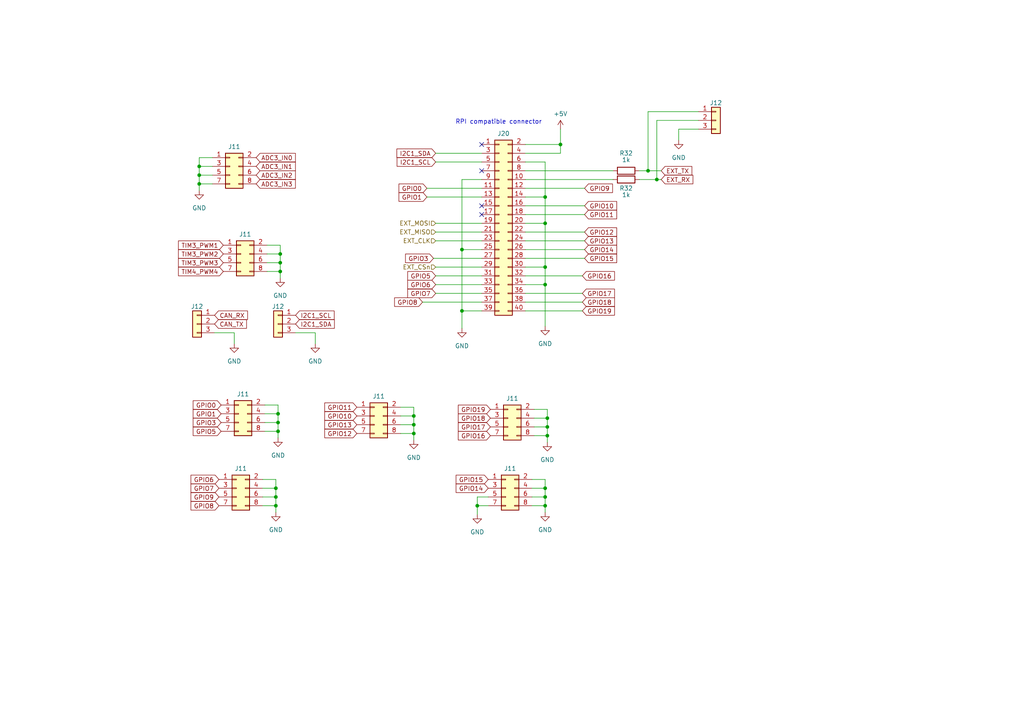
<source format=kicad_sch>
(kicad_sch (version 20230121) (generator eeschema)
  (paper "A4")
  (lib_symbols
    (symbol "Connector_Generic:Conn_01x03" (pin_names (offset 1.016) hide)
      (property "Reference" "J" (at 0 5.08 0))
      (property "Value" "Conn_01x03" (at 0 -5.08 0))
      (symbol "Conn_01x03_1_1"
        (rectangle (start -1.27 -2.413) (end 0 -2.667) (stroke (width 0.1524)))
        (rectangle (start -1.27 0.127) (end 0 -0.127) (stroke (width 0.1524)))
        (rectangle (start -1.27 2.667) (end 0 2.413) (stroke (width 0.1524)))
        (rectangle (start -1.27 3.81) (end 1.27 -3.81) (stroke (width 0.254)) (fill (type background)))
        (pin passive line (at -5.08 2.54 0) (length 3.81) (name "Pin_1") (number "1"))
        (pin passive line (at -5.08 0 0) (length 3.81) (name "Pin_2") (number "2"))
        (pin passive line (at -5.08 -2.54 0) (length 3.81) (name "Pin_3") (number "3"))
      )
    )
    (symbol "Connector_Generic:Conn_02x04_Odd_Even" (pin_names (offset 1.016) hide)
      (property "Reference" "J" (at 1.27 5.08 0))
      (property "Value" "Conn_02x04_Odd_Even" (at 1.27 -7.62 0))
      (symbol "Conn_02x04_Odd_Even_1_1"
        (rectangle (start -1.27 -4.953) (end 0 -5.207) (stroke (width 0.1524)))
        (rectangle (start -1.27 -2.413) (end 0 -2.667) (stroke (width 0.1524)))
        (rectangle (start -1.27 0.127) (end 0 -0.127) (stroke (width 0.1524)))
        (rectangle (start -1.27 2.667) (end 0 2.413) (stroke (width 0.1524)))
        (rectangle (start -1.27 3.81) (end 3.81 -6.35) (stroke (width 0.254)) (fill (type background)))
        (rectangle (start 3.81 -4.953) (end 2.54 -5.207) (stroke (width 0.1524)))
        (rectangle (start 3.81 -2.413) (end 2.54 -2.667) (stroke (width 0.1524)))
        (rectangle (start 3.81 0.127) (end 2.54 -0.127) (stroke (width 0.1524)))
        (rectangle (start 3.81 2.667) (end 2.54 2.413) (stroke (width 0.1524)))
        (pin passive line (at -5.08 2.54 0) (length 3.81) (name "Pin_1") (number "1"))
        (pin passive line (at 7.62 2.54 180) (length 3.81) (name "Pin_2") (number "2"))
        (pin passive line (at -5.08 0 0) (length 3.81) (name "Pin_3") (number "3"))
        (pin passive line (at 7.62 0 180) (length 3.81) (name "Pin_4") (number "4"))
        (pin passive line (at -5.08 -2.54 0) (length 3.81) (name "Pin_5") (number "5"))
        (pin passive line (at 7.62 -2.54 180) (length 3.81) (name "Pin_6") (number "6"))
        (pin passive line (at -5.08 -5.08 0) (length 3.81) (name "Pin_7") (number "7"))
        (pin passive line (at 7.62 -5.08 180) (length 3.81) (name "Pin_8") (number "8"))
      )
    )
    (symbol "Connector_Generic:Conn_02x20_Odd_Even" (pin_names (offset 1.016) hide)
      (property "Reference" "J" (at 1.27 25.4 0))
      (property "Value" "Conn_02x20_Odd_Even" (at 1.27 -27.94 0))
      (symbol "Conn_02x20_Odd_Even_1_1"
        (rectangle (start -1.27 -25.273) (end 0 -25.527) (stroke (width 0.1524)))
        (rectangle (start -1.27 -22.733) (end 0 -22.987) (stroke (width 0.1524)))
        (rectangle (start -1.27 -20.193) (end 0 -20.447) (stroke (width 0.1524)))
        (rectangle (start -1.27 -17.653) (end 0 -17.907) (stroke (width 0.1524)))
        (rectangle (start -1.27 -15.113) (end 0 -15.367) (stroke (width 0.1524)))
        (rectangle (start -1.27 -12.573) (end 0 -12.827) (stroke (width 0.1524)))
        (rectangle (start -1.27 -10.033) (end 0 -10.287) (stroke (width 0.1524)))
        (rectangle (start -1.27 -7.493) (end 0 -7.747) (stroke (width 0.1524)))
        (rectangle (start -1.27 -4.953) (end 0 -5.207) (stroke (width 0.1524)))
        (rectangle (start -1.27 -2.413) (end 0 -2.667) (stroke (width 0.1524)))
        (rectangle (start -1.27 0.127) (end 0 -0.127) (stroke (width 0.1524)))
        (rectangle (start -1.27 2.667) (end 0 2.413) (stroke (width 0.1524)))
        (rectangle (start -1.27 5.207) (end 0 4.953) (stroke (width 0.1524)))
        (rectangle (start -1.27 7.747) (end 0 7.493) (stroke (width 0.1524)))
        (rectangle (start -1.27 10.287) (end 0 10.033) (stroke (width 0.1524)))
        (rectangle (start -1.27 12.827) (end 0 12.573) (stroke (width 0.1524)))
        (rectangle (start -1.27 15.367) (end 0 15.113) (stroke (width 0.1524)))
        (rectangle (start -1.27 17.907) (end 0 17.653) (stroke (width 0.1524)))
        (rectangle (start -1.27 20.447) (end 0 20.193) (stroke (width 0.1524)))
        (rectangle (start -1.27 22.987) (end 0 22.733) (stroke (width 0.1524)))
        (rectangle (start -1.27 24.13) (end 3.81 -26.67) (stroke (width 0.254)) (fill (type background)))
        (rectangle (start 3.81 -25.273) (end 2.54 -25.527) (stroke (width 0.1524)))
        (rectangle (start 3.81 -22.733) (end 2.54 -22.987) (stroke (width 0.1524)))
        (rectangle (start 3.81 -20.193) (end 2.54 -20.447) (stroke (width 0.1524)))
        (rectangle (start 3.81 -17.653) (end 2.54 -17.907) (stroke (width 0.1524)))
        (rectangle (start 3.81 -15.113) (end 2.54 -15.367) (stroke (width 0.1524)))
        (rectangle (start 3.81 -12.573) (end 2.54 -12.827) (stroke (width 0.1524)))
        (rectangle (start 3.81 -10.033) (end 2.54 -10.287) (stroke (width 0.1524)))
        (rectangle (start 3.81 -7.493) (end 2.54 -7.747) (stroke (width 0.1524)))
        (rectangle (start 3.81 -4.953) (end 2.54 -5.207) (stroke (width 0.1524)))
        (rectangle (start 3.81 -2.413) (end 2.54 -2.667) (stroke (width 0.1524)))
        (rectangle (start 3.81 0.127) (end 2.54 -0.127) (stroke (width 0.1524)))
        (rectangle (start 3.81 2.667) (end 2.54 2.413) (stroke (width 0.1524)))
        (rectangle (start 3.81 5.207) (end 2.54 4.953) (stroke (width 0.1524)))
        (rectangle (start 3.81 7.747) (end 2.54 7.493) (stroke (width 0.1524)))
        (rectangle (start 3.81 10.287) (end 2.54 10.033) (stroke (width 0.1524)))
        (rectangle (start 3.81 12.827) (end 2.54 12.573) (stroke (width 0.1524)))
        (rectangle (start 3.81 15.367) (end 2.54 15.113) (stroke (width 0.1524)))
        (rectangle (start 3.81 17.907) (end 2.54 17.653) (stroke (width 0.1524)))
        (rectangle (start 3.81 20.447) (end 2.54 20.193) (stroke (width 0.1524)))
        (rectangle (start 3.81 22.987) (end 2.54 22.733) (stroke (width 0.1524)))
        (pin passive line (at -5.08 22.86 0) (length 3.81) (name "Pin_1") (number "1"))
        (pin passive line (at 7.62 12.7 180) (length 3.81) (name "Pin_10") (number "10"))
        (pin passive line (at -5.08 10.16 0) (length 3.81) (name "Pin_11") (number "11"))
        (pin passive line (at 7.62 10.16 180) (length 3.81) (name "Pin_12") (number "12"))
        (pin passive line (at -5.08 7.62 0) (length 3.81) (name "Pin_13") (number "13"))
        (pin passive line (at 7.62 7.62 180) (length 3.81) (name "Pin_14") (number "14"))
        (pin passive line (at -5.08 5.08 0) (length 3.81) (name "Pin_15") (number "15"))
        (pin passive line (at 7.62 5.08 180) (length 3.81) (name "Pin_16") (number "16"))
        (pin passive line (at -5.08 2.54 0) (length 3.81) (name "Pin_17") (number "17"))
        (pin passive line (at 7.62 2.54 180) (length 3.81) (name "Pin_18") (number "18"))
        (pin passive line (at -5.08 0 0) (length 3.81) (name "Pin_19") (number "19"))
        (pin passive line (at 7.62 22.86 180) (length 3.81) (name "Pin_2") (number "2"))
        (pin passive line (at 7.62 0 180) (length 3.81) (name "Pin_20") (number "20"))
        (pin passive line (at -5.08 -2.54 0) (length 3.81) (name "Pin_21") (number "21"))
        (pin passive line (at 7.62 -2.54 180) (length 3.81) (name "Pin_22") (number "22"))
        (pin passive line (at -5.08 -5.08 0) (length 3.81) (name "Pin_23") (number "23"))
        (pin passive line (at 7.62 -5.08 180) (length 3.81) (name "Pin_24") (number "24"))
        (pin passive line (at -5.08 -7.62 0) (length 3.81) (name "Pin_25") (number "25"))
        (pin passive line (at 7.62 -7.62 180) (length 3.81) (name "Pin_26") (number "26"))
        (pin passive line (at -5.08 -10.16 0) (length 3.81) (name "Pin_27") (number "27"))
        (pin passive line (at 7.62 -10.16 180) (length 3.81) (name "Pin_28") (number "28"))
        (pin passive line (at -5.08 -12.7 0) (length 3.81) (name "Pin_29") (number "29"))
        (pin passive line (at -5.08 20.32 0) (length 3.81) (name "Pin_3") (number "3"))
        (pin passive line (at 7.62 -12.7 180) (length 3.81) (name "Pin_30") (number "30"))
        (pin passive line (at -5.08 -15.24 0) (length 3.81) (name "Pin_31") (number "31"))
        (pin passive line (at 7.62 -15.24 180) (length 3.81) (name "Pin_32") (number "32"))
        (pin passive line (at -5.08 -17.78 0) (length 3.81) (name "Pin_33") (number "33"))
        (pin passive line (at 7.62 -17.78 180) (length 3.81) (name "Pin_34") (number "34"))
        (pin passive line (at -5.08 -20.32 0) (length 3.81) (name "Pin_35") (number "35"))
        (pin passive line (at 7.62 -20.32 180) (length 3.81) (name "Pin_36") (number "36"))
        (pin passive line (at -5.08 -22.86 0) (length 3.81) (name "Pin_37") (number "37"))
        (pin passive line (at 7.62 -22.86 180) (length 3.81) (name "Pin_38") (number "38"))
        (pin passive line (at -5.08 -25.4 0) (length 3.81) (name "Pin_39") (number "39"))
        (pin passive line (at 7.62 20.32 180) (length 3.81) (name "Pin_4") (number "4"))
        (pin passive line (at 7.62 -25.4 180) (length 3.81) (name "Pin_40") (number "40"))
        (pin passive line (at -5.08 17.78 0) (length 3.81) (name "Pin_5") (number "5"))
        (pin passive line (at 7.62 17.78 180) (length 3.81) (name "Pin_6") (number "6"))
        (pin passive line (at -5.08 15.24 0) (length 3.81) (name "Pin_7") (number "7"))
        (pin passive line (at 7.62 15.24 180) (length 3.81) (name "Pin_8") (number "8"))
        (pin passive line (at -5.08 12.7 0) (length 3.81) (name "Pin_9") (number "9"))
      )
    )
    (symbol "Device:R" (pin_numbers hide) (pin_names (offset 0))
      (property "Reference" "R" (at 2.032 0 90))
      (property "Value" "R" (at 0 0 90))
      (symbol "R_0_1"
        (rectangle (start -1.016 -2.54) (end 1.016 2.54) (stroke (width 0.254)))
      )
      (symbol "R_1_1"
        (pin passive line (at 0 3.81 270) (length 1.27) (name "~") (number "1"))
        (pin passive line (at 0 -3.81 90) (length 1.27) (name "~") (number "2"))
      )
    )
    (symbol "power:+5V" (power) (pin_names (offset 0))
      (property "Value" "+5V" (at 0 3.556 0))
      (symbol "+5V_0_1"
        (polyline (pts (xy -0.762 1.27) (xy 0 2.54)))
        (polyline (pts (xy 0 0) (xy 0 2.54)))
        (polyline (pts (xy 0 2.54) (xy 0.762 1.27)))
      )
      (symbol "+5V_1_1"
        (pin power_in line (at 0 0 90) (length 0) hide (name "+5V") (number "1"))
      )
    )
    (symbol "power:GND" (power) (pin_names (offset 0))
      (property "Value" "GND" (at 0 -3.81 0))
      (symbol "GND_0_1"
        (polyline (pts (xy 0 0) (xy 0 -1.27) (xy 1.27 -1.27) (xy 0 -2.54) (xy -1.27 -1.27) (xy 0 -1.27)))
      )
      (symbol "GND_1_1"
        (pin power_in line (at 0 0 270) (length 0) hide (name "GND") (number "1"))
      )
    )
  )
  (junction (at 138.43 146.685))
  (junction (at 81.28 73.66))
  (junction (at 120.015 125.73))
  (junction (at 190.5 52.07))
  (junction (at 158.115 77.47))
  (junction (at 158.75 126.365))
  (junction (at 133.985 72.39))
  (junction (at 80.645 125.095))
  (junction (at 158.75 121.285))
  (junction (at 162.56 41.91))
  (junction (at 158.115 82.55))
  (junction (at 80.645 120.015))
  (junction (at 158.115 141.605))
  (junction (at 120.015 120.65))
  (junction (at 133.985 90.17))
  (junction (at 57.785 50.8))
  (junction (at 80.01 141.605))
  (junction (at 80.01 146.685))
  (junction (at 187.96 49.53))
  (junction (at 158.115 144.145))
  (junction (at 158.75 123.825))
  (junction (at 80.01 144.145))
  (junction (at 158.115 57.15))
  (junction (at 57.785 48.26))
  (junction (at 158.115 146.685))
  (junction (at 158.115 64.77))
  (junction (at 120.015 123.19))
  (junction (at 81.28 76.2))
  (junction (at 81.28 78.74))
  (junction (at 80.645 122.555))
  (junction (at 57.785 53.34))
  (no_connect (at 139.7 41.91))
  (no_connect (at 139.7 59.69))
  (no_connect (at 139.7 62.23))
  (no_connect (at 139.7 49.53))
  (wire (pts (xy 139.7 52.07) (xy 133.985 52.07)))
  (wire (pts (xy 152.4 64.77) (xy 158.115 64.77)))
  (wire (pts (xy 158.115 64.77) (xy 158.115 77.47)))
  (wire (pts (xy 158.115 146.685) (xy 154.305 146.685)))
  (wire (pts (xy 202.565 32.385) (xy 187.96 32.385)))
  (wire (pts (xy 162.56 41.91) (xy 162.56 37.465)))
  (wire (pts (xy 120.015 120.65) (xy 120.015 123.19)))
  (wire (pts (xy 80.01 141.605) (xy 80.01 144.145)))
  (wire (pts (xy 126.365 44.45) (xy 139.7 44.45)))
  (wire (pts (xy 190.5 52.07) (xy 191.77 52.07)))
  (wire (pts (xy 152.4 44.45) (xy 162.56 44.45)))
  (wire (pts (xy 80.645 120.015) (xy 80.645 122.555)))
  (wire (pts (xy 120.015 123.19) (xy 116.205 123.19)))
  (wire (pts (xy 158.115 141.605) (xy 154.305 141.605)))
  (wire (pts (xy 126.365 80.01) (xy 139.7 80.01)))
  (wire (pts (xy 80.645 122.555) (xy 76.835 122.555)))
  (wire (pts (xy 158.75 123.825) (xy 158.75 126.365)))
  (wire (pts (xy 133.985 52.07) (xy 133.985 72.39)))
  (wire (pts (xy 141.605 146.685) (xy 138.43 146.685)))
  (wire (pts (xy 125.73 74.93) (xy 139.7 74.93)))
  (wire (pts (xy 158.115 139.065) (xy 158.115 141.605)))
  (wire (pts (xy 80.645 125.095) (xy 76.835 125.095)))
  (wire (pts (xy 81.28 71.12) (xy 81.28 73.66)))
  (wire (pts (xy 80.01 144.145) (xy 76.2 144.145)))
  (wire (pts (xy 196.85 37.465) (xy 196.85 40.64)))
  (wire (pts (xy 158.75 123.825) (xy 154.94 123.825)))
  (wire (pts (xy 57.785 48.26) (xy 61.595 48.26)))
  (wire (pts (xy 187.96 32.385) (xy 187.96 49.53)))
  (wire (pts (xy 138.43 144.145) (xy 138.43 146.685)))
  (wire (pts (xy 120.015 118.11) (xy 120.015 120.65)))
  (wire (pts (xy 126.365 85.09) (xy 139.7 85.09)))
  (wire (pts (xy 169.545 74.93) (xy 152.4 74.93)))
  (wire (pts (xy 57.785 53.34) (xy 57.785 55.245)))
  (wire (pts (xy 154.305 139.065) (xy 158.115 139.065)))
  (wire (pts (xy 81.28 78.74) (xy 81.28 80.645)))
  (wire (pts (xy 122.555 87.63) (xy 139.7 87.63)))
  (wire (pts (xy 126.365 82.55) (xy 139.7 82.55)))
  (wire (pts (xy 158.115 146.685) (xy 158.115 148.59)))
  (wire (pts (xy 162.56 44.45) (xy 162.56 41.91)))
  (wire (pts (xy 158.115 141.605) (xy 158.115 144.145)))
  (wire (pts (xy 120.015 125.73) (xy 120.015 127.635)))
  (wire (pts (xy 126.365 46.99) (xy 139.7 46.99)))
  (wire (pts (xy 80.01 144.145) (xy 80.01 146.685)))
  (wire (pts (xy 158.115 144.145) (xy 158.115 146.685)))
  (wire (pts (xy 80.645 117.475) (xy 80.645 120.015)))
  (wire (pts (xy 81.28 73.66) (xy 81.28 76.2)))
  (wire (pts (xy 152.4 52.07) (xy 177.8 52.07)))
  (wire (pts (xy 152.4 57.15) (xy 158.115 57.15)))
  (wire (pts (xy 76.835 117.475) (xy 80.645 117.475)))
  (wire (pts (xy 154.94 118.745) (xy 158.75 118.745)))
  (wire (pts (xy 123.825 54.61) (xy 139.7 54.61)))
  (wire (pts (xy 81.28 73.66) (xy 77.47 73.66)))
  (wire (pts (xy 158.75 126.365) (xy 158.75 128.27)))
  (wire (pts (xy 126.365 69.85) (xy 139.7 69.85)))
  (wire (pts (xy 126.365 77.47) (xy 139.7 77.47)))
  (wire (pts (xy 152.4 77.47) (xy 158.115 77.47)))
  (wire (pts (xy 169.545 62.23) (xy 152.4 62.23)))
  (wire (pts (xy 81.28 76.2) (xy 81.28 78.74)))
  (wire (pts (xy 57.785 53.34) (xy 61.595 53.34)))
  (wire (pts (xy 168.91 80.01) (xy 152.4 80.01)))
  (wire (pts (xy 152.4 85.09) (xy 168.91 85.09)))
  (wire (pts (xy 120.015 120.65) (xy 116.205 120.65)))
  (wire (pts (xy 57.785 50.8) (xy 57.785 53.34)))
  (wire (pts (xy 123.825 57.15) (xy 139.7 57.15)))
  (wire (pts (xy 139.7 90.17) (xy 133.985 90.17)))
  (wire (pts (xy 158.115 82.55) (xy 158.115 94.615)))
  (wire (pts (xy 133.985 72.39) (xy 139.7 72.39)))
  (wire (pts (xy 133.985 72.39) (xy 133.985 90.17)))
  (wire (pts (xy 81.28 78.74) (xy 77.47 78.74)))
  (wire (pts (xy 169.545 59.69) (xy 152.4 59.69)))
  (wire (pts (xy 120.015 123.19) (xy 120.015 125.73)))
  (wire (pts (xy 80.01 139.065) (xy 80.01 141.605)))
  (wire (pts (xy 158.75 126.365) (xy 154.94 126.365)))
  (wire (pts (xy 158.75 118.745) (xy 158.75 121.285)))
  (wire (pts (xy 190.5 34.925) (xy 190.5 52.07)))
  (wire (pts (xy 185.42 49.53) (xy 187.96 49.53)))
  (wire (pts (xy 80.645 122.555) (xy 80.645 125.095)))
  (wire (pts (xy 77.47 71.12) (xy 81.28 71.12)))
  (wire (pts (xy 152.4 90.17) (xy 168.91 90.17)))
  (wire (pts (xy 202.565 37.465) (xy 196.85 37.465)))
  (wire (pts (xy 76.2 139.065) (xy 80.01 139.065)))
  (wire (pts (xy 202.565 34.925) (xy 190.5 34.925)))
  (wire (pts (xy 152.4 49.53) (xy 177.8 49.53)))
  (wire (pts (xy 116.205 118.11) (xy 120.015 118.11)))
  (wire (pts (xy 169.545 69.85) (xy 152.4 69.85)))
  (wire (pts (xy 158.115 57.15) (xy 158.115 64.77)))
  (wire (pts (xy 141.605 144.145) (xy 138.43 144.145)))
  (wire (pts (xy 133.985 90.17) (xy 133.985 95.25)))
  (wire (pts (xy 57.785 48.26) (xy 57.785 50.8)))
  (wire (pts (xy 138.43 146.685) (xy 138.43 149.225)))
  (wire (pts (xy 81.28 76.2) (xy 77.47 76.2)))
  (wire (pts (xy 57.785 45.72) (xy 57.785 48.26)))
  (wire (pts (xy 91.44 96.52) (xy 91.44 99.695)))
  (wire (pts (xy 169.545 72.39) (xy 152.4 72.39)))
  (wire (pts (xy 158.75 121.285) (xy 154.94 121.285)))
  (wire (pts (xy 158.115 144.145) (xy 154.305 144.145)))
  (wire (pts (xy 126.365 64.77) (xy 139.7 64.77)))
  (wire (pts (xy 185.42 52.07) (xy 190.5 52.07)))
  (wire (pts (xy 158.115 46.99) (xy 158.115 57.15)))
  (wire (pts (xy 152.4 46.99) (xy 158.115 46.99)))
  (wire (pts (xy 67.945 96.52) (xy 67.945 99.695)))
  (wire (pts (xy 57.785 50.8) (xy 61.595 50.8)))
  (wire (pts (xy 80.01 146.685) (xy 76.2 146.685)))
  (wire (pts (xy 169.545 54.61) (xy 152.4 54.61)))
  (wire (pts (xy 80.645 125.095) (xy 80.645 127)))
  (wire (pts (xy 152.4 82.55) (xy 158.115 82.55)))
  (wire (pts (xy 169.545 67.31) (xy 152.4 67.31)))
  (wire (pts (xy 158.75 121.285) (xy 158.75 123.825)))
  (wire (pts (xy 152.4 41.91) (xy 162.56 41.91)))
  (wire (pts (xy 158.115 77.47) (xy 158.115 82.55)))
  (wire (pts (xy 120.015 125.73) (xy 116.205 125.73)))
  (wire (pts (xy 80.01 146.685) (xy 80.01 148.59)))
  (wire (pts (xy 61.595 45.72) (xy 57.785 45.72)))
  (wire (pts (xy 187.96 49.53) (xy 191.77 49.53)))
  (wire (pts (xy 126.365 67.31) (xy 139.7 67.31)))
  (wire (pts (xy 85.725 96.52) (xy 91.44 96.52)))
  (wire (pts (xy 62.23 96.52) (xy 67.945 96.52)))
  (wire (pts (xy 80.01 141.605) (xy 76.2 141.605)))
  (wire (pts (xy 152.4 87.63) (xy 168.91 87.63)))
  (wire (pts (xy 80.645 120.015) (xy 76.835 120.015)))
  (text "RPI compatible connector\n" (at 132.08 36.195 0) (effects (font (size 1.27 1.27)) (justify left bottom)))
  (global_label "GPIO17" (shape input) (at 168.91 85.09 0) (property "Intersheetrefs" "${INTERSHEET_REFS}" (effects hide)))
  (global_label "ADC3_IN3" (shape input) (at 74.295 53.34 0) (property "Intersheetrefs" "${INTERSHEET_REFS}" (effects hide)))
  (global_label "I2C1_SDA" (shape input) (at 85.725 93.98 0) (property "Intersheetrefs" "${INTERSHEET_REFS}" (effects hide)))
  (global_label "GPIO13" (shape input) (at 169.545 69.85 0) (property "Intersheetrefs" "${INTERSHEET_REFS}" (effects hide)))
  (global_label "TIM3_PWM2" (shape input) (at 64.77 73.66 180) (property "Intersheetrefs" "${INTERSHEET_REFS}" (effects hide)))
  (global_label "GPIO9" (shape input) (at 63.5 144.145 180) (property "Intersheetrefs" "${INTERSHEET_REFS}" (effects hide)))
  (global_label "GPIO19" (shape input) (at 142.24 118.745 180) (property "Intersheetrefs" "${INTERSHEET_REFS}" (effects hide)))
  (global_label "GPIO1" (shape input) (at 123.825 57.15 180) (property "Intersheetrefs" "${INTERSHEET_REFS}" (effects hide)))
  (global_label "GPIO3" (shape input) (at 125.73 74.93 180) (property "Intersheetrefs" "${INTERSHEET_REFS}" (effects hide)))
  (global_label "TIM3_PWM1" (shape input) (at 64.77 71.12 180) (property "Intersheetrefs" "${INTERSHEET_REFS}" (effects hide)))
  (global_label "GPIO10" (shape input) (at 169.545 59.69 0) (property "Intersheetrefs" "${INTERSHEET_REFS}" (effects hide)))
  (global_label "GPIO15" (shape input) (at 169.545 74.93 0) (property "Intersheetrefs" "${INTERSHEET_REFS}" (effects hide)))
  (global_label "GPIO16" (shape input) (at 168.91 80.01 0) (property "Intersheetrefs" "${INTERSHEET_REFS}" (effects hide)))
  (global_label "GPIO8" (shape input) (at 63.5 146.685 180) (property "Intersheetrefs" "${INTERSHEET_REFS}" (effects hide)))
  (global_label "GPIO6" (shape input) (at 63.5 139.065 180) (property "Intersheetrefs" "${INTERSHEET_REFS}" (effects hide)))
  (global_label "GPIO11" (shape input) (at 169.545 62.23 0) (property "Intersheetrefs" "${INTERSHEET_REFS}" (effects hide)))
  (global_label "I2C1_SCL" (shape input) (at 85.725 91.44 0) (property "Intersheetrefs" "${INTERSHEET_REFS}" (effects hide)))
  (global_label "GPIO15" (shape input) (at 141.605 139.065 180) (property "Intersheetrefs" "${INTERSHEET_REFS}" (effects hide)))
  (global_label "GPIO10" (shape input) (at 103.505 120.65 180) (property "Intersheetrefs" "${INTERSHEET_REFS}" (effects hide)))
  (global_label "ADC3_IN1" (shape input) (at 74.295 48.26 0) (property "Intersheetrefs" "${INTERSHEET_REFS}" (effects hide)))
  (global_label "I2C1_SDA" (shape input) (at 126.365 44.45 180) (property "Intersheetrefs" "${INTERSHEET_REFS}" (effects hide)))
  (global_label "GPIO13" (shape input) (at 103.505 123.19 180) (property "Intersheetrefs" "${INTERSHEET_REFS}" (effects hide)))
  (global_label "TIM4_PWM4" (shape input) (at 64.77 78.74 180) (property "Intersheetrefs" "${INTERSHEET_REFS}" (effects hide)))
  (global_label "EXT_TX" (shape input) (at 191.77 49.53 0) (property "Intersheetrefs" "${INTERSHEET_REFS}" (effects hide)))
  (global_label "GPIO17" (shape input) (at 142.24 123.825 180) (property "Intersheetrefs" "${INTERSHEET_REFS}" (effects hide)))
  (global_label "GPIO16" (shape input) (at 142.24 126.365 180) (property "Intersheetrefs" "${INTERSHEET_REFS}" (effects hide)))
  (global_label "GPIO0" (shape input) (at 123.825 54.61 180) (property "Intersheetrefs" "${INTERSHEET_REFS}" (effects hide)))
  (global_label "GPIO19" (shape input) (at 168.91 90.17 0) (property "Intersheetrefs" "${INTERSHEET_REFS}" (effects hide)))
  (global_label "GPIO0" (shape input) (at 64.135 117.475 180) (property "Intersheetrefs" "${INTERSHEET_REFS}" (effects hide)))
  (global_label "GPIO18" (shape input) (at 142.24 121.285 180) (property "Intersheetrefs" "${INTERSHEET_REFS}" (effects hide)))
  (global_label "GPIO7" (shape input) (at 126.365 85.09 180) (property "Intersheetrefs" "${INTERSHEET_REFS}" (effects hide)))
  (global_label "GPIO12" (shape input) (at 103.505 125.73 180) (property "Intersheetrefs" "${INTERSHEET_REFS}" (effects hide)))
  (global_label "GPIO3" (shape input) (at 64.135 122.555 180) (property "Intersheetrefs" "${INTERSHEET_REFS}" (effects hide)))
  (global_label "ADC3_IN2" (shape input) (at 74.295 50.8 0) (property "Intersheetrefs" "${INTERSHEET_REFS}" (effects hide)))
  (global_label "GPIO1" (shape input) (at 64.135 120.015 180) (property "Intersheetrefs" "${INTERSHEET_REFS}" (effects hide)))
  (global_label "GPIO14" (shape input) (at 141.605 141.605 180) (property "Intersheetrefs" "${INTERSHEET_REFS}" (effects hide)))
  (global_label "I2C1_SCL" (shape input) (at 126.365 46.99 180) (property "Intersheetrefs" "${INTERSHEET_REFS}" (effects hide)))
  (global_label "GPIO5" (shape input) (at 126.365 80.01 180) (property "Intersheetrefs" "${INTERSHEET_REFS}" (effects hide)))
  (global_label "ADC3_IN0" (shape input) (at 74.295 45.72 0) (property "Intersheetrefs" "${INTERSHEET_REFS}" (effects hide)))
  (global_label "TIM3_PWM3" (shape input) (at 64.77 76.2 180) (property "Intersheetrefs" "${INTERSHEET_REFS}" (effects hide)))
  (global_label "CAN_TX" (shape input) (at 62.23 93.98 0) (property "Intersheetrefs" "${INTERSHEET_REFS}" (effects hide)))
  (global_label "GPIO9" (shape input) (at 169.545 54.61 0) (property "Intersheetrefs" "${INTERSHEET_REFS}" (effects hide)))
  (global_label "GPIO11" (shape input) (at 103.505 118.11 180) (property "Intersheetrefs" "${INTERSHEET_REFS}" (effects hide)))
  (global_label "GPIO7" (shape input) (at 63.5 141.605 180) (property "Intersheetrefs" "${INTERSHEET_REFS}" (effects hide)))
  (global_label "GPIO6" (shape input) (at 126.365 82.55 180) (property "Intersheetrefs" "${INTERSHEET_REFS}" (effects hide)))
  (global_label "GPIO8" (shape input) (at 122.555 87.63 180) (property "Intersheetrefs" "${INTERSHEET_REFS}" (effects hide)))
  (global_label "GPIO18" (shape input) (at 168.91 87.63 0) (property "Intersheetrefs" "${INTERSHEET_REFS}" (effects hide)))
  (global_label "EXT_RX" (shape input) (at 191.77 52.07 0) (property "Intersheetrefs" "${INTERSHEET_REFS}" (effects hide)))
  (global_label "GPIO12" (shape input) (at 169.545 67.31 0) (property "Intersheetrefs" "${INTERSHEET_REFS}" (effects hide)))
  (global_label "GPIO14" (shape input) (at 169.545 72.39 0) (property "Intersheetrefs" "${INTERSHEET_REFS}" (effects hide)))
  (global_label "GPIO5" (shape input) (at 64.135 125.095 180) (property "Intersheetrefs" "${INTERSHEET_REFS}" (effects hide)))
  (global_label "CAN_RX" (shape input) (at 62.23 91.44 0) (property "Intersheetrefs" "${INTERSHEET_REFS}" (effects hide)))
  (hierarchical_label "EXT_MOSI" (shape input) (at 126.365 64.77 180))
  (hierarchical_label "EXT_MISO" (shape input) (at 126.365 67.31 180))
  (hierarchical_label "EXT_CSn" (shape input) (at 126.365 77.47 180))
  (hierarchical_label "EXT_CLK" (shape input) (at 126.365 69.85 180))
  (symbol (lib_id "Connector_Generic:Conn_02x04_Odd_Even") (at 68.58 141.605 0) (unit 1)
    (property "Reference" "J11" (at 69.85 135.89 0))
    (property "Value" "Conn_02x04_Odd_Even" (effects hide))
    (property "Footprint" "Connector_PinHeader_2.54mm:PinHeader_2x04_P2.54mm_Vertical" (effects hide))
    (instances (project "eeg_ecg" (path "" (reference "J11") (unit 1)) (path "" (reference "J26") (unit 1))))
  )
  (symbol (lib_id "Connector_Generic:Conn_01x03") (at 207.645 34.925 0) (unit 1)
    (property "Reference" "J12" (at 207.645 29.845 0))
    (property "Value" "Conn_01x03" (effects hide))
    (property "Footprint" "Connector_PinHeader_2.54mm:PinHeader_1x03_P2.54mm_Vertical" (effects hide))
    (instances (project "eeg_ecg" (path "" (reference "J12") (unit 1)) (path "" (reference "J18") (unit 1))))
  )
  (symbol (lib_id "power:GND") (at 67.945 99.695 0) (unit 1)
    (property "Reference" "#PWR012" (effects hide))
    (property "Value" "~" (at 67.945 104.775 0))
    (instances (project "eeg_ecg" (path "" (reference "#PWR012") (unit 1)) (path "" (reference "#PWR011") (unit 1)) (path "" (reference "#PWR099") (unit 1)) (path "" (reference "#PWR0170") (unit 1)) (path "" (reference "#PWR0210") (unit 1)) (path "" (reference "#PWR0168") (unit 1))))
  )
  (symbol (lib_id "Connector_Generic:Conn_02x04_Odd_Even") (at 69.85 73.66 0) (unit 1)
    (property "Reference" "J11" (at 71.12 67.945 0))
    (property "Value" "Conn_02x04_Odd_Even" (effects hide))
    (property "Footprint" "Connector_PinHeader_2.54mm:PinHeader_2x04_P2.54mm_Vertical" (effects hide))
    (instances (project "eeg_ecg" (path "" (reference "J11") (unit 1)) (path "" (reference "J21") (unit 1))))
  )
  (symbol (lib_id "Connector_Generic:Conn_02x04_Odd_Even") (at 108.585 120.65 0) (unit 1)
    (property "Reference" "J11" (at 109.855 114.935 0))
    (property "Value" "Conn_02x04_Odd_Even" (effects hide))
    (property "Footprint" "Connector_PinHeader_2.54mm:PinHeader_2x04_P2.54mm_Vertical" (effects hide))
    (instances (project "eeg_ecg" (path "" (reference "J11") (unit 1)) (path "" (reference "J24") (unit 1))))
  )
  (symbol (lib_id "Connector_Generic:Conn_01x03") (at 57.15 93.98 0) (mirror y) (unit 1)
    (property "Reference" "J12" (at 57.15 88.9 0))
    (property "Value" "Conn_01x03" (effects hide))
    (property "Footprint" "Connector_PinHeader_2.54mm:PinHeader_1x03_P2.54mm_Vertical" (effects hide))
    (instances (project "eeg_ecg" (path "" (reference "J12") (unit 1)) (path "" (reference "J22") (unit 1))))
  )
  (symbol (lib_id "Connector_Generic:Conn_02x04_Odd_Even") (at 66.675 48.26 0) (unit 1)
    (property "Reference" "J11" (at 67.945 42.545 0))
    (property "Value" "Conn_02x04_Odd_Even" (effects hide))
    (property "Footprint" "Connector_PinHeader_2.54mm:PinHeader_2x04_P2.54mm_Vertical" (effects hide))
    (instances (project "eeg_ecg" (path "" (reference "J11") (unit 1)) (path "" (reference "J19") (unit 1))))
  )
  (symbol (lib_id "power:GND") (at 158.75 128.27 0) (mirror y) (unit 1)
    (property "Reference" "#PWR012" (effects hide))
    (property "Value" "~" (at 158.75 133.35 0))
    (instances (project "eeg_ecg" (path "" (reference "#PWR012") (unit 1)) (path "" (reference "#PWR011") (unit 1)) (path "" (reference "#PWR099") (unit 1)) (path "" (reference "#PWR0160") (unit 1)) (path "" (reference "#PWR0171") (unit 1))))
  )
  (symbol (lib_id "power:GND") (at 81.28 80.645 0) (mirror y) (unit 1)
    (property "Reference" "#PWR012" (effects hide))
    (property "Value" "~" (at 81.28 85.725 0))
    (instances (project "eeg_ecg" (path "" (reference "#PWR012") (unit 1)) (path "" (reference "#PWR011") (unit 1)) (path "" (reference "#PWR099") (unit 1)) (path "" (reference "#PWR0160") (unit 1)) (path "" (reference "#PWR0165") (unit 1))))
  )
  (symbol (lib_id "power:GND") (at 133.985 95.25 0) (unit 1)
    (property "Reference" "#PWR012" (effects hide))
    (property "Value" "~" (at 133.985 100.33 0))
    (instances (project "eeg_ecg" (path "" (reference "#PWR012") (unit 1)) (path "" (reference "#PWR011") (unit 1)) (path "" (reference "#PWR099") (unit 1)) (path "" (reference "#PWR0160") (unit 1)) (path "" (reference "#PWR0167") (unit 1))))
  )
  (symbol (lib_id "power:+5V") (at 162.56 37.465 0) (unit 1)
    (property "Reference" "#PWR010" (effects hide))
    (property "Value" "+5V" (at 162.56 33.02 0))
    (instances (project "eeg_ecg" (path "" (reference "#PWR010") (unit 1)) (path "" (reference "#PWR013") (unit 1)) (path "" (reference "#PWR0100") (unit 1)) (path "" (reference "#PWR0159") (unit 1)) (path "" (reference "#PWR0162") (unit 1))))
  )
  (symbol (lib_id "power:GND") (at 120.015 127.635 0) (mirror y) (unit 1)
    (property "Reference" "#PWR012" (effects hide))
    (property "Value" "~" (at 120.015 132.715 0))
    (instances (project "eeg_ecg" (path "" (reference "#PWR012") (unit 1)) (path "" (reference "#PWR011") (unit 1)) (path "" (reference "#PWR099") (unit 1)) (path "" (reference "#PWR0160") (unit 1)) (path "" (reference "#PWR0170") (unit 1))))
  )
  (symbol (lib_id "Device:R") (at 181.61 52.07 270) (mirror x) (unit 1) (in_bom no)
    (property "Reference" "R32" (at 181.61 54.61 90))
    (property "Value" "1k" (at 181.61 56.515 90))
    (property "Footprint" "Resistor_SMD:R_0603_1608Metric" (effects hide))
    (property "JLCPCB PN" "-" (effects hide))
    (property "LCSC Part #" "-" (effects hide))
    (property "Assembled" "-" (effects hide))
    (property "JLCPCB Type" "-" (effects hide))
    (property "Grobotronics Price" "-" (effects hide))
    (property "JLCPCB Price" "-" (effects hide))
    (instances (project "terry_motherboard" (path "" (reference "R32") (unit 1))) (project "eeg_ecg" (path "" (reference "R88") (unit 1)) (path "" (reference "R102") (unit 1))))
  )
  (symbol (lib_id "Device:R") (at 181.61 49.53 270) (mirror x) (unit 1) (in_bom no)
    (property "Reference" "R32" (at 181.61 44.45 90))
    (property "Value" "1k" (at 181.61 46.355 90))
    (property "Footprint" "Resistor_SMD:R_0603_1608Metric" (effects hide))
    (property "JLCPCB PN" "-" (effects hide))
    (property "LCSC Part #" "-" (effects hide))
    (property "Assembled" "-" (effects hide))
    (property "JLCPCB Type" "-" (effects hide))
    (property "Grobotronics Price" "-" (effects hide))
    (property "JLCPCB Price" "-" (effects hide))
    (instances (project "terry_motherboard" (path "" (reference "R32") (unit 1))) (project "eeg_ecg" (path "" (reference "R88") (unit 1)) (path "" (reference "R101") (unit 1))))
  )
  (symbol (lib_id "power:GND") (at 158.115 94.615 0) (unit 1)
    (property "Reference" "#PWR012" (effects hide))
    (property "Value" "~" (at 158.115 99.695 0))
    (instances (project "eeg_ecg" (path "" (reference "#PWR012") (unit 1)) (path "" (reference "#PWR011") (unit 1)) (path "" (reference "#PWR099") (unit 1)) (path "" (reference "#PWR0160") (unit 1)) (path "" (reference "#PWR0166") (unit 1))))
  )
  (symbol (lib_id "Connector_Generic:Conn_02x20_Odd_Even") (at 144.78 64.77 0) (unit 1)
    (property "Reference" "J20" (at 146.05 38.735 0))
    (property "Value" "Conn_02x20_Odd_Even" (effects hide))
    (property "Footprint" "Connector_PinHeader_2.54mm:PinHeader_2x20_P2.54mm_Vertical" (effects hide))
  )
  (symbol (lib_id "Connector_Generic:Conn_02x04_Odd_Even") (at 147.32 121.285 0) (unit 1)
    (property "Reference" "J11" (at 148.59 115.57 0))
    (property "Value" "Conn_02x04_Odd_Even" (effects hide))
    (property "Footprint" "Connector_PinHeader_2.54mm:PinHeader_2x04_P2.54mm_Vertical" (effects hide))
    (instances (project "eeg_ecg" (path "" (reference "J11") (unit 1)) (path "" (reference "J25") (unit 1))))
  )
  (symbol (lib_id "power:GND") (at 80.01 148.59 0) (mirror y) (unit 1)
    (property "Reference" "#PWR012" (effects hide))
    (property "Value" "~" (at 80.01 153.67 0))
    (instances (project "eeg_ecg" (path "" (reference "#PWR012") (unit 1)) (path "" (reference "#PWR011") (unit 1)) (path "" (reference "#PWR099") (unit 1)) (path "" (reference "#PWR0160") (unit 1)) (path "" (reference "#PWR0172") (unit 1))))
  )
  (symbol (lib_id "power:GND") (at 57.785 55.245 0) (unit 1)
    (property "Reference" "#PWR012" (effects hide))
    (property "Value" "~" (at 57.785 60.325 0))
    (instances (project "eeg_ecg" (path "" (reference "#PWR012") (unit 1)) (path "" (reference "#PWR011") (unit 1)) (path "" (reference "#PWR099") (unit 1)) (path "" (reference "#PWR0160") (unit 1)) (path "" (reference "#PWR0164") (unit 1))))
  )
  (symbol (lib_id "power:GND") (at 158.115 148.59 0) (mirror y) (unit 1)
    (property "Reference" "#PWR012" (effects hide))
    (property "Value" "~" (at 158.115 153.67 0))
    (instances (project "eeg_ecg" (path "" (reference "#PWR012") (unit 1)) (path "" (reference "#PWR011") (unit 1)) (path "" (reference "#PWR099") (unit 1)) (path "" (reference "#PWR0160") (unit 1)) (path "" (reference "#PWR0173") (unit 1))))
  )
  (symbol (lib_id "power:GND") (at 80.645 127 0) (mirror y) (unit 1)
    (property "Reference" "#PWR012" (effects hide))
    (property "Value" "~" (at 80.645 132.08 0))
    (instances (project "eeg_ecg" (path "" (reference "#PWR012") (unit 1)) (path "" (reference "#PWR011") (unit 1)) (path "" (reference "#PWR099") (unit 1)) (path "" (reference "#PWR0160") (unit 1)) (path "" (reference "#PWR0169") (unit 1))))
  )
  (symbol (lib_id "Connector_Generic:Conn_02x04_Odd_Even") (at 69.215 120.015 0) (unit 1)
    (property "Reference" "J11" (at 70.485 114.3 0))
    (property "Value" "Conn_02x04_Odd_Even" (effects hide))
    (property "Footprint" "Connector_PinHeader_2.54mm:PinHeader_2x04_P2.54mm_Vertical" (effects hide))
    (instances (project "eeg_ecg" (path "" (reference "J11") (unit 1)) (path "" (reference "J23") (unit 1))))
  )
  (symbol (lib_id "power:GND") (at 138.43 149.225 0) (mirror y) (unit 1)
    (property "Reference" "#PWR012" (effects hide))
    (property "Value" "~" (at 138.43 154.305 0))
    (instances (project "eeg_ecg" (path "" (reference "#PWR012") (unit 1)) (path "" (reference "#PWR011") (unit 1)) (path "" (reference "#PWR099") (unit 1)) (path "" (reference "#PWR0160") (unit 1)) (path "" (reference "#PWR0174") (unit 1))))
  )
  (symbol (lib_id "power:GND") (at 91.44 99.695 0) (unit 1)
    (property "Reference" "#PWR012" (effects hide))
    (property "Value" "~" (at 91.44 104.775 0))
    (instances (project "eeg_ecg" (path "" (reference "#PWR012") (unit 1)) (path "" (reference "#PWR011") (unit 1)) (path "" (reference "#PWR099") (unit 1)) (path "" (reference "#PWR0170") (unit 1)) (path "" (reference "#PWR0210") (unit 1)) (path "" (reference "#PWR07") (unit 1))))
  )
  (symbol (lib_id "power:GND") (at 196.85 40.64 0) (mirror y) (unit 1)
    (property "Reference" "#PWR012" (effects hide))
    (property "Value" "~" (at 196.85 45.72 0))
    (instances (project "eeg_ecg" (path "" (reference "#PWR012") (unit 1)) (path "" (reference "#PWR011") (unit 1)) (path "" (reference "#PWR099") (unit 1)) (path "" (reference "#PWR0170") (unit 1)) (path "" (reference "#PWR0210") (unit 1)) (path "" (reference "#PWR0163") (unit 1))))
  )
  (symbol (lib_id "Connector_Generic:Conn_02x04_Odd_Even") (at 146.685 141.605 0) (unit 1)
    (property "Reference" "J11" (at 147.955 135.89 0))
    (property "Value" "Conn_02x04_Odd_Even" (effects hide))
    (property "Footprint" "Connector_PinHeader_2.54mm:PinHeader_2x04_P2.54mm_Vertical" (effects hide))
    (instances (project "eeg_ecg" (path "" (reference "J11") (unit 1)) (path "" (reference "J27") (unit 1))))
  )
  (symbol (lib_id "Connector_Generic:Conn_01x03") (at 80.645 93.98 0) (mirror y) (unit 1)
    (property "Reference" "J12" (at 80.645 88.9 0))
    (property "Value" "Conn_01x03" (effects hide))
    (property "Footprint" "Connector_PinHeader_2.54mm:PinHeader_1x03_P2.54mm_Vertical" (effects hide))
    (instances (project "eeg_ecg" (path "" (reference "J12") (unit 1)) (path "" (reference "J35") (unit 1))))
  )
)
</source>
